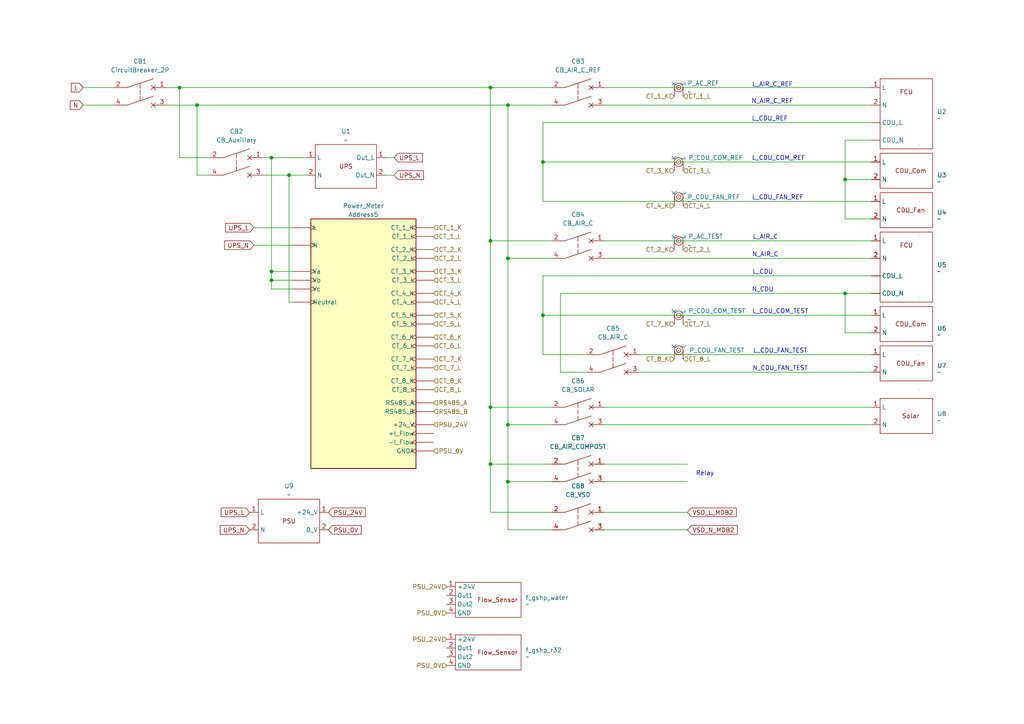
<source format=kicad_sch>
(kicad_sch (version 20231120) (generator "eeschema") (generator_version "8.0")
  (paper "A4")
  (lib_symbols
    (symbol "Device:CircuitBreaker_2P"
      (property "Reference" "CB" (at 3.81 0 0))
      (property "Value" "CircuitBreaker_2P" (at 3.81 2.54 0))
      (symbol "CircuitBreaker_2P_0_1"
        (polyline (pts (xy -3.81 0) (xy -2.286 0)))
        (polyline (pts (xy -2.54 -3.81) (xy -5.08 3.81)))
        (polyline (pts (xy -1.778 0) (xy -0.508 0)))
        (polyline (pts (xy 0 0) (xy 1.27 0)))
        (polyline (pts (xy 2.54 -5.08) (xy 2.54 -3.81)))
        (polyline (pts (xy 2.54 -3.81) (xy 0 3.81)))
      )
      (symbol "CircuitBreaker_2P_1_1"
        (polyline (pts (xy -3.175 4.445) (xy -1.905 3.175)))
        (polyline (pts (xy -2.54 -3.81) (xy -2.54 -5.08)))
        (polyline (pts (xy -2.54 5.08) (xy -2.54 3.81)))
        (polyline (pts (xy -1.905 4.445) (xy -3.175 3.175)))
        (polyline (pts (xy 1.905 4.445) (xy 3.175 3.175)))
        (polyline (pts (xy 2.54 5.08) (xy 2.54 3.81)))
        (polyline (pts (xy 3.175 4.445) (xy 1.905 3.175)))
        (pin passive line (at -2.54 7.62 270) (length 2.54) (name "~") (number "1"))
        (pin passive line (at -2.54 -7.62 90) (length 2.54) (name "~") (number "2"))
        (pin passive line (at 2.54 7.62 270) (length 2.54) (name "~") (number "3"))
        (pin passive line (at 2.54 -7.62 90) (length 2.54) (name "~") (number "4"))
      )
    )
    (symbol "GSHP_Sensor (1):CDU_Com"
      (property "Reference" "U" (at 0 0 0))
      (symbol "CDU_Com_0_1"
        (rectangle (start -6.35 2.54) (end -6.35 2.54))
      )
      (symbol "CDU_Com_1_1"
        (rectangle (start -17.78 16.51) (end -2.54 6.35))
        (text "CDU_Com" (at -8.89 11.43 0) (effects (font (size 1.27 1.27))))
        (pin input line (at -20.32 13.97 0) (length 2.54) (name "L") (number "1"))
        (pin input line (at -20.32 8.89 0) (length 2.54) (name "N") (number "2"))
      )
    )
    (symbol "GSHP_Sensor (1):CDU_Fan"
      (property "Reference" "U" (at 0 0 0))
      (symbol "CDU_Fan_0_1"
        (rectangle (start -6.35 2.54) (end -6.35 2.54))
      )
      (symbol "CDU_Fan_1_1"
        (rectangle (start -17.78 15.24) (end -2.54 5.08))
        (text "CDU_Fan" (at -8.89 10.16 0) (effects (font (size 1.27 1.27))))
        (pin input line (at -20.32 12.7 0) (length 2.54) (name "L") (number "1"))
        (pin input line (at -20.32 7.62 0) (length 2.54) (name "N") (number "2"))
      )
    )
    (symbol "GSHP_Sensor (1):FCU"
      (property "Reference" "U" (at 0 0 0))
      (symbol "FCU_0_1"
        (rectangle (start -5.08 1.27) (end -5.08 1.27))
      )
      (symbol "FCU_1_1"
        (rectangle (start -16.51 20.32) (end -1.27 0))
        (text "FCU" (at -8.89 16.51 0) (effects (font (size 1.27 1.27))))
        (pin output line (at -19.05 7.62 0) (length 2.54) (name "CDU_L") (number ""))
        (pin output line (at -19.05 2.54 0) (length 2.54) (name "CDU_N") (number ""))
        (pin input line (at -19.05 17.78 0) (length 2.54) (name "L") (number "1"))
        (pin input line (at -19.05 12.7 0) (length 2.54) (name "N") (number "2"))
      )
    )
    (symbol "GSHP_Sensor (1):UPS"
      (property "Reference" "U" (at 0 0 0))
      (symbol "UPS_1_1"
        (rectangle (start 7.62 13.97) (end 25.4 1.27))
        (text "UPS" (at 16.51 7.62 0) (effects (font (size 1.27 1.27))))
        (pin input line (at 5.08 10.16 0) (length 2.54) (name "L") (number "1"))
        (pin output line (at 27.94 10.16 180) (length 2.54) (name "Out_L") (number "1"))
        (pin input line (at 5.08 5.08 0) (length 2.54) (name "N") (number "2"))
        (pin output line (at 27.94 5.08 180) (length 2.54) (name "Out_N") (number "2"))
      )
    )
    (symbol "GSHP_Sensor (2):Flow_Sensor_R32"
      (property "Reference" "U" (at 0 0 0))
      (symbol "Flow_Sensor_R32_0_1"
        (rectangle (start 8.89 13.97) (end 27.94 3.81))
      )
      (symbol "Flow_Sensor_R32_1_1"
        (text "Flow_Sensor" (at 15.24 8.89 0) (effects (font (size 1.27 1.27)) (justify left)))
        (pin input line (at 6.35 12.7 0) (length 2.54) (name "+24V") (number "1"))
        (pin input line (at 6.35 10.16 0) (length 2.54) (name "Out1") (number "2"))
        (pin input line (at 6.35 7.62 0) (length 2.54) (name "Out2") (number "3"))
        (pin input line (at 6.35 5.08 0) (length 2.54) (name "GND") (number "4"))
      )
    )
    (symbol "New_Library:CT"
      (symbol "CT_0_1"
        (circle (center -2.54 1.27) (radius 0.0001))
        (circle (center -2.54 1.27) (radius 0.635))
        (circle (center -2.54 1.27) (radius 1.27))
      )
      (symbol "CT_1_1"
        (pin bidirectional line (at -3.81 -1.27 90) (length 2.54) (name "K") (number ""))
        (pin bidirectional line (at -1.27 -1.27 90) (length 2.54) (name "L") (number ""))
      )
    )
    (symbol "New_Library:PSU"
      (property "Reference" "U" (at 0 0 0))
      (symbol "PSU_1_1"
        (rectangle (start -8.89 -2.54) (end 8.89 -15.24))
        (text "PSU" (at 0 -8.89 0) (effects (font (size 1.27 1.27))))
        (pin output line (at 11.43 -6.35 180) (length 2.54) (name "+24_V") (number "1"))
        (pin input line (at -11.43 -6.35 0) (length 2.54) (name "L") (number "1"))
        (pin output line (at 11.43 -11.43 180) (length 2.54) (name "0_V") (number "2"))
        (pin input line (at -11.43 -11.43 0) (length 2.54) (name "N") (number "2"))
      )
    )
    (symbol "New_Library:Power_Meter"
      (symbol "Power_Meter_0_1"
        (rectangle (start -49.53 20.32) (end -19.05 -52.07) (stroke (width 0.254)) (fill (type background)))
      )
      (symbol "Power_Meter_1_1"
        (pin bidirectional clock (at -13.97 -39.37 180) (length 5.08) (name "+24_V") (number ""))
        (pin bidirectional clock (at -13.97 -41.91 180) (length 5.08) (name "+I_Flow") (number ""))
        (pin bidirectional clock (at -13.97 -44.45 180) (length 5.08) (name "-I_Flow") (number ""))
        (pin bidirectional clock (at -13.97 17.78 180) (length 5.08) (name "CT_1_K") (number ""))
        (pin bidirectional clock (at -13.97 15.24 180) (length 5.08) (name "CT_1_L") (number ""))
        (pin bidirectional clock (at -13.97 11.43 180) (length 5.08) (name "CT_2_K") (number ""))
        (pin bidirectional clock (at -13.97 8.89 180) (length 5.08) (name "CT_2_L") (number ""))
        (pin bidirectional clock (at -13.97 5.08 180) (length 5.08) (name "CT_3_K") (number ""))
        (pin bidirectional clock (at -13.97 2.54 180) (length 5.08) (name "CT_3_L") (number ""))
        (pin bidirectional clock (at -13.97 -1.27 180) (length 5.08) (name "CT_4_K") (number ""))
        (pin bidirectional clock (at -13.97 -3.81 180) (length 5.08) (name "CT_4_L") (number ""))
        (pin bidirectional clock (at -13.97 -7.62 180) (length 5.08) (name "CT_5_K") (number ""))
        (pin bidirectional clock (at -13.97 -10.16 180) (length 5.08) (name "CT_5_L") (number ""))
        (pin bidirectional clock (at -13.97 -13.97 180) (length 5.08) (name "CT_6_K") (number ""))
        (pin bidirectional clock (at -13.97 -16.51 180) (length 5.08) (name "CT_6_L") (number ""))
        (pin bidirectional clock (at -13.97 -20.32 180) (length 5.08) (name "CT_7_K") (number ""))
        (pin bidirectional clock (at -13.97 -22.86 180) (length 5.08) (name "CT_7_L") (number ""))
        (pin bidirectional clock (at -13.97 -26.67 180) (length 5.08) (name "CT_8_K") (number ""))
        (pin bidirectional clock (at -13.97 -29.21 180) (length 5.08) (name "CT_8_L") (number ""))
        (pin bidirectional clock (at -13.97 -46.99 180) (length 5.08) (name "GNDA") (number ""))
        (pin input clock (at -54.61 17.78 0) (length 5.08) (name "L") (number ""))
        (pin input clock (at -54.61 12.7 0) (length 5.08) (name "N") (number ""))
        (pin tri_state clock (at -54.61 -3.81 0) (length 5.08) (name "Neutral") (number ""))
        (pin bidirectional clock (at -13.97 -33.02 180) (length 5.08) (name "RS485_A") (number ""))
        (pin bidirectional clock (at -13.97 -35.56 180) (length 5.08) (name "RS485_B") (number ""))
        (pin tri_state clock (at -54.61 5.08 0) (length 5.08) (name "Va") (number ""))
        (pin tri_state clock (at -54.61 2.54 0) (length 5.08) (name "Vb") (number ""))
        (pin tri_state clock (at -54.61 0 0) (length 5.08) (name "Vc") (number ""))
      )
    )
    (symbol "New_Library:Solar"
      (property "Reference" "U" (at 0 0 0))
      (symbol "Solar_1_1"
        (rectangle (start -16.51 5.08) (end -1.27 -5.08))
        (text "Solar" (at -7.62 0 0) (effects (font (size 1.27 1.27))))
        (pin input line (at -19.05 2.54 0) (length 2.54) (name "L") (number "1"))
        (pin input line (at -19.05 -2.54 0) (length 2.54) (name "N") (number "2"))
      )
    )
  )
  (junction (at 147.32 139.7))
  (junction (at 57.15 30.48))
  (junction (at 142.24 118.11))
  (junction (at 245.11 52.07))
  (junction (at 78.74 81.28))
  (junction (at 142.24 25.4))
  (junction (at 142.24 69.85))
  (junction (at 142.24 134.62))
  (junction (at 83.82 50.8))
  (junction (at 147.32 123.19))
  (junction (at 157.48 46.99))
  (junction (at 245.11 85.09))
  (junction (at 147.32 30.48))
  (junction (at 78.74 45.72))
  (junction (at 147.32 74.93))
  (junction (at 78.74 78.74))
  (junction (at 157.48 91.44))
  (junction (at 52.07 25.4))
  (wire (pts (xy 142.24 134.62) (xy 160.02 134.62)))
  (wire (pts (xy 245.11 96.52) (xy 252.73 96.52)))
  (wire (pts (xy 175.26 69.85) (xy 252.73 69.85)))
  (wire (pts (xy 157.48 58.42) (xy 252.73 58.42)))
  (wire (pts (xy 24.13 30.48) (xy 33.02 30.48)))
  (wire (pts (xy 76.2 50.8) (xy 83.82 50.8)))
  (wire (pts (xy 142.24 148.59) (xy 160.02 148.59)))
  (wire (pts (xy 142.24 118.11) (xy 142.24 134.62)))
  (wire (pts (xy 147.32 74.93) (xy 160.02 74.93)))
  (wire (pts (xy 78.74 83.82) (xy 85.09 83.82)))
  (wire (pts (xy 147.32 139.7) (xy 147.32 153.67)))
  (wire (pts (xy 245.11 85.09) (xy 245.11 96.52)))
  (wire (pts (xy 147.32 74.93) (xy 147.32 123.19)))
  (wire (pts (xy 142.24 69.85) (xy 142.24 118.11)))
  (wire (pts (xy 157.48 80.01) (xy 252.73 80.01)))
  (wire (pts (xy 175.26 74.93) (xy 252.73 74.93)))
  (wire (pts (xy 78.74 45.72) (xy 88.9 45.72)))
  (wire (pts (xy 48.26 25.4) (xy 52.07 25.4)))
  (wire (pts (xy 175.26 139.7) (xy 199.39 139.7)))
  (wire (pts (xy 147.32 139.7) (xy 160.02 139.7)))
  (wire (pts (xy 199.39 153.67) (xy 175.26 153.67)))
  (wire (pts (xy 114.3 50.8) (xy 111.76 50.8)))
  (wire (pts (xy 147.32 123.19) (xy 147.32 139.7)))
  (wire (pts (xy 185.42 107.95) (xy 252.73 107.95)))
  (wire (pts (xy 245.11 40.64) (xy 245.11 52.07)))
  (wire (pts (xy 57.15 30.48) (xy 57.15 50.8)))
  (wire (pts (xy 57.15 30.48) (xy 147.32 30.48)))
  (wire (pts (xy 111.76 45.72) (xy 114.3 45.72)))
  (wire (pts (xy 83.82 50.8) (xy 83.82 87.63)))
  (wire (pts (xy 142.24 25.4) (xy 142.24 69.85)))
  (wire (pts (xy 245.11 85.09) (xy 162.56 85.09)))
  (wire (pts (xy 73.66 71.12) (xy 85.09 71.12)))
  (wire (pts (xy 73.66 66.04) (xy 85.09 66.04)))
  (wire (pts (xy 252.73 85.09) (xy 245.11 85.09)))
  (wire (pts (xy 147.32 153.67) (xy 160.02 153.67)))
  (wire (pts (xy 157.48 80.01) (xy 157.48 91.44)))
  (wire (pts (xy 147.32 30.48) (xy 160.02 30.48)))
  (wire (pts (xy 157.48 102.87) (xy 170.18 102.87)))
  (wire (pts (xy 142.24 25.4) (xy 160.02 25.4)))
  (wire (pts (xy 175.26 123.19) (xy 252.73 123.19)))
  (wire (pts (xy 48.26 30.48) (xy 57.15 30.48)))
  (wire (pts (xy 185.42 102.87) (xy 252.73 102.87)))
  (wire (pts (xy 142.24 69.85) (xy 160.02 69.85)))
  (wire (pts (xy 175.26 148.59) (xy 199.39 148.59)))
  (wire (pts (xy 175.26 118.11) (xy 252.73 118.11)))
  (wire (pts (xy 175.26 25.4) (xy 252.73 25.4)))
  (wire (pts (xy 147.32 30.48) (xy 147.32 74.93)))
  (wire (pts (xy 83.82 50.8) (xy 88.9 50.8)))
  (wire (pts (xy 175.26 30.48) (xy 252.73 30.48)))
  (wire (pts (xy 78.74 81.28) (xy 85.09 81.28)))
  (wire (pts (xy 52.07 45.72) (xy 60.96 45.72)))
  (wire (pts (xy 78.74 78.74) (xy 78.74 81.28)))
  (wire (pts (xy 24.13 25.4) (xy 33.02 25.4)))
  (wire (pts (xy 78.74 45.72) (xy 78.74 78.74)))
  (wire (pts (xy 157.48 91.44) (xy 157.48 102.87)))
  (wire (pts (xy 157.48 46.99) (xy 157.48 58.42)))
  (wire (pts (xy 157.48 46.99) (xy 252.73 46.99)))
  (wire (pts (xy 83.82 87.63) (xy 85.09 87.63)))
  (wire (pts (xy 162.56 107.95) (xy 170.18 107.95)))
  (wire (pts (xy 245.11 63.5) (xy 252.73 63.5)))
  (wire (pts (xy 142.24 134.62) (xy 142.24 148.59)))
  (wire (pts (xy 162.56 85.09) (xy 162.56 107.95)))
  (wire (pts (xy 157.48 35.56) (xy 157.48 46.99)))
  (wire (pts (xy 52.07 25.4) (xy 52.07 45.72)))
  (wire (pts (xy 52.07 25.4) (xy 142.24 25.4)))
  (wire (pts (xy 78.74 81.28) (xy 78.74 83.82)))
  (wire (pts (xy 78.74 78.74) (xy 85.09 78.74)))
  (wire (pts (xy 175.26 134.62) (xy 199.39 134.62)))
  (wire (pts (xy 157.48 35.56) (xy 252.73 35.56)))
  (wire (pts (xy 157.48 91.44) (xy 252.73 91.44)))
  (wire (pts (xy 57.15 50.8) (xy 60.96 50.8)))
  (wire (pts (xy 147.32 123.19) (xy 160.02 123.19)))
  (wire (pts (xy 142.24 118.11) (xy 160.02 118.11)))
  (wire (pts (xy 76.2 45.72) (xy 78.74 45.72)))
  (wire (pts (xy 245.11 52.07) (xy 245.11 63.5)))
  (wire (pts (xy 245.11 52.07) (xy 252.73 52.07)))
  (wire (pts (xy 252.73 40.64) (xy 245.11 40.64)))
  (text "N_AIR_C" (at 221.996 73.914 0) (effects (font (size 1.27 1.27))))
  (text "L_AIR_C_REF" (at 224.028 24.638 0) (effects (font (size 1.27 1.27))))
  (text "N_AIR_C_REF" (at 224.028 29.464 0) (effects (font (size 1.27 1.27))))
  (text "N_CDU_FAN_TEST" (at 226.314 106.934 0) (effects (font (size 1.27 1.27))))
  (text "L_CDU_FAN_TEST" (at 226.314 101.854 0) (effects (font (size 1.27 1.27))))
  (text "Relay" (at 204.47 137.414 0) (effects (font (size 1.27 1.27))))
  (text "L_AIR_C" (at 221.996 68.834 0) (effects (font (size 1.27 1.27))))
  (text "L_CDU_COM_REF" (at 225.806 45.974 0) (effects (font (size 1.27 1.27))))
  (text "L_CDU_COM_TEST" (at 226.314 90.424 0) (effects (font (size 1.27 1.27))))
  (text "L_CDU" (at 221.234 78.994 0) (effects (font (size 1.27 1.27))))
  (text "N_CDU" (at 221.234 84.074 0) (effects (font (size 1.27 1.27))))
  (text "L_CDU_FAN_REF" (at 225.552 57.404 0) (effects (font (size 1.27 1.27))))
  (text "L_CDU_REF" (at 223.266 34.544 0) (effects (font (size 1.27 1.27))))
  (global_label "UPS_N" (shape input) (at 114.3 50.8 0) (property "Intersheetrefs" "${INTERSHEET_REFS}" (effects (hide yes))))
  (global_label "UPS_L" (shape input) (at 114.3 45.72 0) (property "Intersheetrefs" "${INTERSHEET_REFS}" (effects (hide yes))))
  (global_label "L" (shape input) (at 24.13 25.4 180) (property "Intersheetrefs" "${INTERSHEET_REFS}" (effects (hide yes))))
  (global_label "VSD_N_MDB2" (shape input) (at 199.39 153.67 0) (property "Intersheetrefs" "${INTERSHEET_REFS}" (effects (hide yes))))
  (global_label "UPS_N" (shape input) (at 73.66 71.12 180) (property "Intersheetrefs" "${INTERSHEET_REFS}" (effects (hide yes))))
  (global_label "UPS_L" (shape input) (at 73.66 66.04 180) (property "Intersheetrefs" "${INTERSHEET_REFS}" (effects (hide yes))))
  (global_label "VSD_L_MDB2" (shape input) (at 199.39 148.59 0) (property "Intersheetrefs" "${INTERSHEET_REFS}" (effects (hide yes))))
  (global_label "N" (shape input) (at 24.13 30.48 180) (property "Intersheetrefs" "${INTERSHEET_REFS}" (effects (hide yes))))
  (global_label "PSU_24V" (shape input) (at 95.25 148.59 0) (property "Intersheetrefs" "${INTERSHEET_REFS}" (effects (hide yes))))
  (global_label "UPS_L" (shape input) (at 72.39 148.59 180) (property "Intersheetrefs" "${INTERSHEET_REFS}" (effects (hide yes))))
  (global_label "UPS_N" (shape input) (at 72.39 153.67 180) (property "Intersheetrefs" "${INTERSHEET_REFS}" (effects (hide yes))))
  (global_label "PSU_0V" (shape input) (at 95.25 153.67 0) (property "Intersheetrefs" "${INTERSHEET_REFS}" (effects (hide yes))))
  (hierarchical_label "CT_7_K" (shape input) (at 125.73 104.14 0))
  (hierarchical_label "CT_8_K" (shape input) (at 195.58 104.14 180))
  (hierarchical_label "PSU_0V" (shape input) (at 125.73 130.81 0))
  (hierarchical_label "CT_4_L" (shape input) (at 125.73 87.63 0))
  (hierarchical_label "RS485_A" (shape input) (at 125.73 116.84 0))
  (hierarchical_label "CT_5_L" (shape input) (at 125.73 93.98 0))
  (hierarchical_label "CT_3_K" (shape input) (at 125.73 78.74 0))
  (hierarchical_label "RS485_B" (shape input) (at 125.73 119.38 0))
  (hierarchical_label "PSU_24V" (shape input) (at 125.73 123.19 0))
  (hierarchical_label "CT_3_L" (shape input) (at 198.12 49.53 0))
  (hierarchical_label "CT_1_K" (shape input) (at 195.58 27.94 180))
  (hierarchical_label "CT_1_L" (shape input) (at 125.73 68.58 0))
  (hierarchical_label "PSU_24V" (shape input) (at 129.54 185.42 180))
  (hierarchical_label "CT_6_K" (shape input) (at 125.73 97.79 0))
  (hierarchical_label "CT_6_L" (shape input) (at 125.73 100.33 0))
  (hierarchical_label "CT_1_K" (shape input) (at 125.73 66.04 0))
  (hierarchical_label "CT_3_K" (shape input) (at 195.58 49.53 180))
  (hierarchical_label "CT_5_K" (shape input) (at 125.73 91.44 0))
  (hierarchical_label "CT_4_K" (shape input) (at 195.58 59.69 180))
  (hierarchical_label "CT_7_L" (shape input) (at 125.73 106.68 0))
  (hierarchical_label "CT_2_L" (shape input) (at 125.73 74.93 0))
  (hierarchical_label "CT_2_K" (shape input) (at 125.73 72.39 0))
  (hierarchical_label "CT_8_K" (shape input) (at 125.73 110.49 0))
  (hierarchical_label "PSU_0V" (shape input) (at 129.54 177.8 180))
  (hierarchical_label "CT_1_L" (shape input) (at 198.12 27.94 0))
  (hierarchical_label "PSU_24V" (shape input) (at 129.54 170.18 180))
  (hierarchical_label "CT_4_K" (shape input) (at 125.73 85.09 0))
  (hierarchical_label "CT_4_L" (shape input) (at 198.12 59.69 0))
  (hierarchical_label "CT_2_L" (shape input) (at 198.12 72.39 0))
  (hierarchical_label "CT_8_L" (shape input) (at 198.12 104.14 0))
  (hierarchical_label "CT_7_K" (shape input) (at 195.58 93.98 180))
  (hierarchical_label "CT_8_L" (shape input) (at 125.73 113.03 0))
  (hierarchical_label "CT_3_L" (shape input) (at 125.73 81.28 0))
  (hierarchical_label "CT_7_L" (shape input) (at 198.12 93.98 0))
  (hierarchical_label "CT_2_K" (shape input) (at 195.58 72.39 180))
  (hierarchical_label "PSU_0V" (shape input) (at 129.54 193.04 180))
  (symbol (lib_name "GSHP_Sensor (1):FCU") (lib_id "GSHP_Sensor (1):FCU") (at 271.78 87.63 0) (unit 1)
    (property "Reference" "U5" (at 271.78 76.8349 0) (effects (justify left)))
    (property "Value" "~" (at 271.78 78.74 0) (effects (justify left)))
  )
  (symbol (lib_id "New_Library:Solar") (at 271.78 120.65 0) (unit 1)
    (property "Reference" "U8" (at 271.78 120.0149 0) (effects (justify left)))
    (property "Value" "~" (at 271.78 121.92 0) (effects (justify left)))
  )
  (symbol (lib_id "Device:CircuitBreaker_2P") (at 167.64 27.94 270) (unit 1)
    (property "Reference" "CB3" (at 167.64 17.78 90))
    (property "Value" "CB_AIR_C_REF" (at 167.64 20.32 90))
    (property "Description" "Double pole circuit breaker" (effects (hide yes)))
  )
  (symbol (lib_id "GSHP_Sensor (2):Flow_Sensor_R32") (at 123.19 182.88 0) (unit 1)
    (property "Reference" "f_gshp_water" (at 152.4 173.3549 0) (effects (justify left)))
    (property "Value" "~" (at 152.4 175.26 0) (effects (justify left)))
  )
  (symbol (lib_id "Device:CircuitBreaker_2P") (at 167.64 137.16 270) (unit 1)
    (property "Reference" "CB7" (at 167.64 127 90))
    (property "Value" "CB_AIR_COMPOST" (at 167.64 129.54 90))
    (property "Description" "Double pole circuit breaker" (effects (hide yes)))
  )
  (symbol (lib_id "Device:CircuitBreaker_2P") (at 68.58 48.26 270) (unit 1)
    (property "Reference" "CB2" (at 68.58 38.1 90))
    (property "Value" "CB_Auxiliary" (at 68.58 40.64 90))
    (property "Description" "Double pole circuit breaker" (effects (hide yes)))
  )
  (symbol (lib_name "New_Library:CT") (lib_id "New_Library:CT") (at 199.39 48.26 0) (unit 1)
    (property "Reference" "P_CDU_COM_REF" (at 199.644 45.72 0) (effects (justify left)))
    (property "Value" "~" (at 199.39 48.26 0) (effects (justify left)))
  )
  (symbol (lib_id "GSHP_Sensor (1):CDU_Fan") (at 273.05 71.12 0) (unit 1)
    (property "Reference" "U4" (at 271.78 61.5949 0) (effects (justify left)))
    (property "Value" "~" (at 271.78 63.5 0) (effects (justify left)))
  )
  (symbol (lib_name "New_Library:CT") (lib_id "New_Library:CT") (at 199.39 26.67 0) (unit 1)
    (property "Reference" "P_AC_REF" (at 199.39 24.13 0) (effects (justify left)))
    (property "Value" "~" (at 199.39 26.67 0) (effects (justify left)))
  )
  (symbol (lib_name "GSHP_Sensor (1):FCU") (lib_id "GSHP_Sensor (1):FCU") (at 271.78 43.18 0) (unit 1)
    (property "Reference" "U2" (at 271.78 32.3849 0) (effects (justify left)))
    (property "Value" "~" (at 271.78 34.29 0) (effects (justify left)))
  )
  (symbol (lib_id "New_Library:Power_Meter") (at 139.7 83.82 0) (unit 1)
    (property "Reference" "Power_Meter" (at 105.41 59.69 0))
    (property "Value" "Address5" (at 105.41 62.23 0))
  )
  (symbol (lib_id "New_Library:PSU") (at 83.82 142.24 0) (unit 1)
    (property "Reference" "U9" (at 83.82 140.97 0))
    (property "Value" "~" (at 83.82 143.51 0))
  )
  (symbol (lib_id "GSHP_Sensor (1):CDU_Com") (at 273.05 60.96 0) (unit 1)
    (property "Reference" "U3" (at 271.78 50.7999 0) (effects (justify left)))
    (property "Value" "~" (at 271.78 52.705 0) (effects (justify left)))
  )
  (symbol (lib_id "Device:CircuitBreaker_2P") (at 167.64 151.13 270) (unit 1)
    (property "Reference" "CB8" (at 167.64 140.97 90))
    (property "Value" "CB_VSD" (at 167.64 143.51 90))
    (property "Description" "Double pole circuit breaker" (effects (hide yes)))
  )
  (symbol (lib_id "GSHP_Sensor (2):Flow_Sensor_R32") (at 123.19 198.12 0) (unit 1)
    (property "Reference" "f_gshp_r32" (at 152.4 188.5949 0) (effects (justify left)))
    (property "Value" "~" (at 152.4 190.5 0) (effects (justify left)))
  )
  (symbol (lib_id "GSHP_Sensor (1):CDU_Com") (at 273.05 105.41 0) (unit 1)
    (property "Reference" "U6" (at 271.78 95.2499 0) (effects (justify left)))
    (property "Value" "~" (at 271.78 97.155 0) (effects (justify left)))
  )
  (symbol (lib_id "Device:CircuitBreaker_2P") (at 167.64 72.39 270) (unit 1)
    (property "Reference" "CB4" (at 167.64 62.23 90))
    (property "Value" "CB_AIR_C" (at 167.64 64.77 90))
    (property "Description" "Double pole circuit breaker" (effects (hide yes)))
  )
  (symbol (lib_id "GSHP_Sensor (1):CDU_Fan") (at 273.05 115.57 0) (unit 1)
    (property "Reference" "U7" (at 271.78 106.0449 0) (effects (justify left)))
    (property "Value" "~" (at 271.78 107.95 0) (effects (justify left)))
  )
  (symbol (lib_id "Device:CircuitBreaker_2P") (at 40.64 27.94 270) (unit 1)
    (property "Reference" "CB1" (at 40.64 17.78 90))
    (property "Value" "CircuitBreaker_2P" (at 40.64 20.32 90))
    (property "Description" "Double pole circuit breaker" (effects (hide yes)))
  )
  (symbol (lib_name "New_Library:CT") (lib_id "New_Library:CT") (at 199.39 92.71 0) (unit 1)
    (property "Reference" "P_CDU_COM_TEST" (at 199.644 90.17 0) (effects (justify left)))
    (property "Value" "~" (at 199.39 92.71 0) (effects (justify left)))
  )
  (symbol (lib_id "Device:CircuitBreaker_2P") (at 167.64 120.65 270) (unit 1)
    (property "Reference" "CB6" (at 167.64 110.49 90))
    (property "Value" "CB_SOLAR" (at 167.64 113.03 90))
    (property "Description" "Double pole circuit breaker" (effects (hide yes)))
  )
  (symbol (lib_id "Device:CircuitBreaker_2P") (at 177.8 105.41 270) (unit 1)
    (property "Reference" "CB5" (at 177.8 95.25 90))
    (property "Value" "CB_AIR_C" (at 177.8 97.79 90))
    (property "Description" "Double pole circuit breaker" (effects (hide yes)))
  )
  (symbol (lib_name "New_Library:CT") (lib_id "New_Library:CT") (at 199.39 58.42 0) (unit 1)
    (property "Reference" "P_CDU_FAN_REF" (at 199.39 57.15 0) (effects (justify left)))
    (property "Value" "~" (at 199.39 58.42 0) (effects (justify left)))
  )
  (symbol (lib_name "New_Library:CT") (lib_id "New_Library:CT") (at 199.39 71.12 0) (unit 1)
    (property "Reference" "P_AC_TEST" (at 199.644 68.58 0) (effects (justify left)))
    (property "Value" "~" (at 199.39 71.12 0) (effects (justify left)))
  )
  (symbol (lib_name "New_Library:CT") (lib_id "New_Library:CT") (at 199.39 102.87 0) (unit 1)
    (property "Reference" "P_CDU_FAN_TEST" (at 199.898 101.6 0) (effects (justify left)))
    (property "Value" "~" (at 199.39 102.87 0) (effects (justify left)))
  )
  (symbol (lib_id "GSHP_Sensor (1):UPS") (at 83.82 55.88 0) (unit 1)
    (property "Reference" "U1" (at 100.33 38.1 0))
    (property "Value" "~" (at 100.33 40.64 0))
  )
)
</source>
